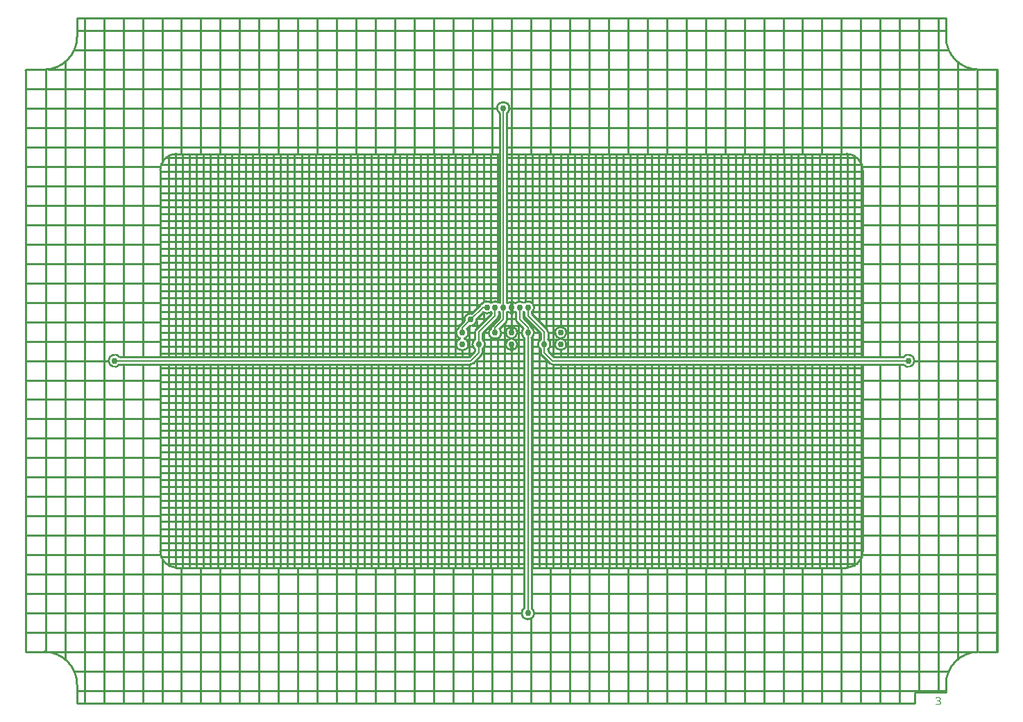
<source format=gbr>
G04 GENERATED BY PULSONIX 7.0 GERBER.DLL 4573*
%INHILLSTAR_95X60_4LAYER_EL_V1_0_2*%
%LNGERBER_INNER2*%
%FSLAX33Y33*%
%IPPOS*%
%LPD*%
%OFA0B0*%
%MOMM*%
%ADD15C,0.125*%
%ADD145C,0.400*%
%ADD146C,0.250*%
%ADD345C,0.150*%
%ADD1893C,0.750*%
X0Y0D02*
D02*
D15*
X182064Y87225D02*
X182211Y87152D01*
X182358*
X182505Y87225*
X182579Y87372*
X182505Y87519*
X182358Y87593*
X182211*
X182358D02*
X182505Y87667D01*
X182579Y87814*
X182505Y87961*
X182358Y88034*
X182211*
X182064Y87961*
D02*
D145*
X130291Y130739D02*
Y130356D01*
Y132773D02*
Y133156D01*
Y135239D02*
Y134856D01*
Y135873D02*
Y136256D01*
D02*
D146*
X70991Y164456D02*
Y93556D01*
X73291*
G75*
G02X77291Y89556J-4000*
G01*
Y87256*
X179491*
Y88456*
G75*
G02X179691Y88656I200*
G01*
X183291*
Y89556*
G75*
G02X187291Y93556I4000*
G01*
X189591*
Y164556*
X187291*
G75*
G02X183291Y168556J4000*
G01*
Y170856*
X77291*
Y168556*
G75*
G02X73291Y164556I-4000*
G01*
X71091*
G75*
G03X70991Y164456J-100*
G01*
X82491Y128606D02*
G75*
G02X81141Y129056I-600J450D01*
G01*
G75*
G02X82491Y129506I750*
G01*
X87441*
Y152291*
G75*
G02X89441Y154291I2000*
G01*
X128841*
Y159256*
G75*
G02X128541Y159856I450J600*
G01*
G75*
G02X130041I750*
G01*
G75*
G02X129741Y159256I-750*
G01*
Y154291*
X171141*
G75*
G02X173141Y152291J-2000*
G01*
Y129506*
X178091*
G75*
G02X179441Y129056I600J-450*
G01*
G75*
G02X178091Y128606I-750*
G01*
X173141*
Y105821*
G75*
G02X171141Y103821I-2000*
G01*
X132741*
Y98856*
G75*
G02X133041Y98256I-450J-600*
G01*
G75*
G02X131541I-750*
G01*
G75*
G02X131841Y98856I750*
G01*
Y103821*
X89441*
G75*
G02X87441Y105821J2000*
G01*
Y128606*
X82491*
X77291Y88800D02*
X183291D01*
X76952Y91168D02*
X183630D01*
X73695Y93536D02*
X186887D01*
X70991Y95904D02*
X189591D01*
X70991Y98272D02*
X131541D01*
X133040D02*
X189591D01*
X70991Y100640D02*
X131841D01*
X132741D02*
X189591D01*
X70991Y103008D02*
X131841D01*
X132741D02*
X189591D01*
X70991Y105376D02*
X87491D01*
X173090D02*
X189591D01*
X70991Y107744D02*
X87441D01*
X173141D02*
X189591D01*
X70991Y110112D02*
X87441D01*
X173141D02*
X189591D01*
X70991Y112480D02*
X87441D01*
X173141D02*
X189591D01*
X70991Y114848D02*
X87441D01*
X173141D02*
X189591D01*
X70991Y117216D02*
X87441D01*
X173141D02*
X189591D01*
X70991Y119584D02*
X87441D01*
X173141D02*
X189591D01*
X70991Y121952D02*
X87441D01*
X173141D02*
X189591D01*
X70991Y124320D02*
X87441D01*
X173141D02*
X189591D01*
X70991Y126688D02*
X87441D01*
X173141D02*
X189591D01*
X70991Y129056D02*
X81141D01*
X179441D02*
X189591D01*
X70991Y131424D02*
X87441D01*
X173141D02*
X189591D01*
X70991Y133792D02*
X87441D01*
X173141D02*
X189591D01*
X70991Y136160D02*
X87441D01*
X173141D02*
X189591D01*
X70991Y138528D02*
X87441D01*
X173141D02*
X189591D01*
X70991Y140896D02*
X87441D01*
X173141D02*
X189591D01*
X70991Y143264D02*
X87441D01*
X173141D02*
X189591D01*
X70991Y145632D02*
X87441D01*
X173141D02*
X189591D01*
X70991Y148000D02*
X87441D01*
X173141D02*
X189591D01*
X70991Y150369D02*
X87441D01*
X173141D02*
X189591D01*
X70991Y152737D02*
X87491D01*
X173090D02*
X189591D01*
X70991Y155105D02*
X128841D01*
X129741D02*
X189591D01*
X70991Y157473D02*
X128841D01*
X129741D02*
X189591D01*
X70991Y159841D02*
X128541D01*
X130040D02*
X189591D01*
X70991Y162209D02*
X189591D01*
X73695Y164577D02*
X186887D01*
X76952Y166945D02*
X183630D01*
X77291Y169313D02*
X183291D01*
X73458Y93553D02*
Y164560D01*
X75826Y92650D02*
Y165462D01*
X78194Y87256D02*
Y170856D01*
X80562Y87256D02*
Y170856D01*
X82930Y87256D02*
Y128606D01*
Y129506D02*
Y170856D01*
X85298Y87256D02*
Y128606D01*
Y129506D02*
Y170856D01*
X87666Y87256D02*
Y104899D01*
Y153214D02*
Y170856D01*
X90034Y87256D02*
Y103821D01*
Y154291D02*
Y170856D01*
X92402Y87256D02*
Y103821D01*
Y154291D02*
Y170856D01*
X94770Y87256D02*
Y103821D01*
Y154291D02*
Y170856D01*
X97138Y87256D02*
Y103821D01*
Y154291D02*
Y170856D01*
X99506Y87256D02*
Y103821D01*
Y154291D02*
Y170856D01*
X101874Y87256D02*
Y103821D01*
Y154291D02*
Y170856D01*
X104242Y87256D02*
Y103821D01*
Y154291D02*
Y170856D01*
X106610Y87256D02*
Y103821D01*
Y154291D02*
Y170856D01*
X108978Y87256D02*
Y103821D01*
Y154291D02*
Y170856D01*
X111346Y87256D02*
Y103821D01*
Y154291D02*
Y170856D01*
X113714Y87256D02*
Y103821D01*
Y154291D02*
Y170856D01*
X116082Y87256D02*
Y103821D01*
Y154291D02*
Y170856D01*
X118450Y87256D02*
Y103821D01*
Y154291D02*
Y170856D01*
X120819Y87256D02*
Y103821D01*
Y154291D02*
Y170856D01*
X123187Y87256D02*
Y103821D01*
Y154291D02*
Y170856D01*
X125555Y87256D02*
Y103821D01*
Y154291D02*
Y170856D01*
X127923Y87256D02*
Y103821D01*
Y154291D02*
Y170856D01*
X130291Y87256D02*
Y103821D01*
Y154291D02*
Y170856D01*
X132659Y87256D02*
Y97603D01*
Y154291D02*
Y170856D01*
X135027Y87256D02*
Y103821D01*
Y154291D02*
Y170856D01*
X137395Y87256D02*
Y103821D01*
Y154291D02*
Y170856D01*
X139763Y87256D02*
Y103821D01*
Y154291D02*
Y170856D01*
X142131Y87256D02*
Y103821D01*
Y154291D02*
Y170856D01*
X144499Y87256D02*
Y103821D01*
Y154291D02*
Y170856D01*
X146867Y87256D02*
Y103821D01*
Y154291D02*
Y170856D01*
X149235Y87256D02*
Y103821D01*
Y154291D02*
Y170856D01*
X151603Y87256D02*
Y103821D01*
Y154291D02*
Y170856D01*
X153971Y87256D02*
Y103821D01*
Y154291D02*
Y170856D01*
X156339Y87256D02*
Y103821D01*
Y154291D02*
Y170856D01*
X158707Y87256D02*
Y103821D01*
Y154291D02*
Y170856D01*
X161075Y87256D02*
Y103821D01*
Y154291D02*
Y170856D01*
X163443Y87256D02*
Y103821D01*
Y154291D02*
Y170856D01*
X165811Y87256D02*
Y103821D01*
Y154291D02*
Y170856D01*
X168179Y87256D02*
Y103821D01*
Y154291D02*
Y170856D01*
X170547Y87256D02*
Y103821D01*
Y154291D02*
Y170856D01*
X172915Y87256D02*
Y104899D01*
Y153214D02*
Y170856D01*
X175283Y87256D02*
Y128606D01*
Y129506D02*
Y170856D01*
X177651Y87256D02*
Y128606D01*
Y129506D02*
Y170856D01*
X180019Y88656D02*
Y170856D01*
X182387Y88656D02*
Y170856D01*
X184755Y92650D02*
Y165462D01*
X187123Y93553D02*
Y164560D01*
X189491Y93556D02*
Y164556D01*
X87441Y128606D02*
Y105821D01*
G75*
G03X89441Y103821I2000*
G01*
X131841*
Y131856*
G75*
G02X131742Y132968I450J600*
G01*
X130972Y133738*
G75*
G02X130841Y134056I318J317*
G01*
Y134956*
G75*
G02X130754Y135032I452J605*
G01*
G75*
G02X129827I-463J524*
G01*
G75*
G02X129741Y134956I-538J523*
G01*
Y134056*
G75*
G02X129609Y133738I-450*
G01*
X128839Y132968*
G75*
G02X129041Y132456I-548J-512*
G01*
G75*
G02X127541I-750*
G01*
G75*
G02X127841Y133056I750*
G01*
G75*
G02X127972Y133374I449J1*
G01*
X128841Y134243*
Y134956*
G75*
G02X128791Y134997I450J600*
G01*
G75*
G02X128741Y134956I-500J559*
G01*
Y134556*
G75*
G02X128609Y134238I-450*
G01*
X126741Y132370*
Y131656*
G75*
G02Y130456I-450J-600*
G01*
Y130056*
G75*
G02X126609Y129738I-450*
G01*
X125609Y128738*
G75*
G02X125291Y128606I-318J318*
G01*
X87441*
X130291Y131756D02*
G75*
G02X129591Y132456J700D01*
G01*
G75*
G02X130991I700*
G01*
G75*
G02X130291Y131756I-700*
G01*
G75*
G02X130991Y131056J-700*
G01*
G75*
G02X129591I-700*
G01*
G75*
G02X130291Y131756I700*
G01*
X88138Y104303D02*
X131841D01*
X87554Y105157D02*
X131841D01*
X87441Y106010D02*
X131841D01*
X87441Y106864D02*
X131841D01*
X87441Y107718D02*
X131841D01*
X87441Y108571D02*
X131841D01*
X87441Y109425D02*
X131841D01*
X87441Y110278D02*
X131841D01*
X87441Y111132D02*
X131841D01*
X87441Y111985D02*
X131841D01*
X87441Y112839D02*
X131841D01*
X87441Y113692D02*
X131841D01*
X87441Y114546D02*
X131841D01*
X87441Y115399D02*
X131841D01*
X87441Y116253D02*
X131841D01*
X87441Y117107D02*
X131841D01*
X87441Y117960D02*
X131841D01*
X87441Y118814D02*
X131841D01*
X87441Y119667D02*
X131841D01*
X87441Y120521D02*
X131841D01*
X87441Y121374D02*
X131841D01*
X87441Y122228D02*
X131841D01*
X87441Y123081D02*
X131841D01*
X87441Y123935D02*
X131841D01*
X87441Y124789D02*
X131841D01*
X87441Y125642D02*
X131841D01*
X87441Y126496D02*
X131841D01*
X87441Y127349D02*
X131841D01*
X87441Y128203D02*
X131841D01*
X125927Y129056D02*
X131841D01*
X126716Y129910D02*
X131841D01*
X126981Y130763D02*
X129655D01*
X130926D02*
X131841D01*
X126789Y131617D02*
X129872D01*
X130710D02*
X131841D01*
X126841Y132470D02*
X127541D01*
X129041D02*
X129591D01*
X130990D02*
X131541D01*
X127695Y133324D02*
X127929D01*
X129195D02*
X131386D01*
X128548Y134178D02*
X128776D01*
X129741D02*
X130841D01*
X129826Y135031D02*
X129828D01*
X130753D02*
X130755D01*
X88467Y104074D02*
Y128606D01*
X89320Y103825D02*
Y128606D01*
X90174Y103821D02*
Y128606D01*
X91027Y103821D02*
Y128606D01*
X91881Y103821D02*
Y128606D01*
X92734Y103821D02*
Y128606D01*
X93588Y103821D02*
Y128606D01*
X94442Y103821D02*
Y128606D01*
X95295Y103821D02*
Y128606D01*
X96149Y103821D02*
Y128606D01*
X97002Y103821D02*
Y128606D01*
X97856Y103821D02*
Y128606D01*
X98709Y103821D02*
Y128606D01*
X99563Y103821D02*
Y128606D01*
X100416Y103821D02*
Y128606D01*
X101270Y103821D02*
Y128606D01*
X102123Y103821D02*
Y128606D01*
X102977Y103821D02*
Y128606D01*
X103831Y103821D02*
Y128606D01*
X104684Y103821D02*
Y128606D01*
X105538Y103821D02*
Y128606D01*
X106391Y103821D02*
Y128606D01*
X107245Y103821D02*
Y128606D01*
X108098Y103821D02*
Y128606D01*
X108952Y103821D02*
Y128606D01*
X109805Y103821D02*
Y128606D01*
X110659Y103821D02*
Y128606D01*
X111513Y103821D02*
Y128606D01*
X112366Y103821D02*
Y128606D01*
X113220Y103821D02*
Y128606D01*
X114073Y103821D02*
Y128606D01*
X114927Y103821D02*
Y128606D01*
X115780Y103821D02*
Y128606D01*
X116634Y103821D02*
Y128606D01*
X117487Y103821D02*
Y128606D01*
X118341Y103821D02*
Y128606D01*
X119194Y103821D02*
Y128606D01*
X120048Y103821D02*
Y128606D01*
X120902Y103821D02*
Y128606D01*
X121755Y103821D02*
Y128606D01*
X122609Y103821D02*
Y128606D01*
X123462Y103821D02*
Y128606D01*
X124316Y103821D02*
Y128606D01*
X125169Y103821D02*
Y128606D01*
X126023Y103821D02*
Y129152D01*
X126876Y103821D02*
Y130588D01*
Y131525D02*
Y132506D01*
X127730Y103821D02*
Y131958D01*
Y132954D02*
Y133359D01*
X128584Y103821D02*
Y131766D01*
Y133986D02*
Y134213D01*
X129437Y103821D02*
Y133566D01*
X130291Y103821D02*
Y130356D01*
Y133156D02*
Y134856D01*
X131144Y103821D02*
Y133566D01*
X87441Y129506D02*
X125104D01*
X125841Y130243*
Y130456*
G75*
G02Y131656I450J600*
G01*
Y132556*
G75*
G02X125972Y132874I449J1*
G01*
X127841Y134743*
Y134956*
G75*
G02X127791Y134997I450J600*
G01*
G75*
G02X126833Y134962I-500J559*
G01*
X126033Y134162*
G75*
G02X125185Y133314I-742J-106*
G01*
X124839Y132968*
G75*
G02X124560Y131756I-548J-512*
G01*
G75*
G02X125041Y131056I-269J-700*
G01*
G75*
G02X123541I-750*
G01*
G75*
G02X124021Y131756I750J1*
G01*
G75*
G02X123841Y133056I270J700*
G01*
G75*
G02X123972Y133374I449J1*
G01*
X124548Y133950*
G75*
G02X125397Y134799I743J106*
G01*
X126472Y135874*
G75*
G02X126681Y135993I320J-319*
G01*
G75*
G02X127791Y136115I610J-437*
G01*
G75*
G02X128791I500J-559*
G01*
G75*
G02X128841Y136156I500J-559*
G01*
Y154291*
X89441*
G75*
G03X87441Y152291J-2000*
G01*
Y129506*
Y129910D02*
X125508D01*
X87441Y130763D02*
X123600D01*
X124981D02*
X125600D01*
X87441Y131617D02*
X123792D01*
X124789D02*
X125792D01*
X87441Y132470D02*
X123541D01*
X125041D02*
X125841D01*
X87441Y133324D02*
X123929D01*
X125453D02*
X126422D01*
X87441Y134178D02*
X124551D01*
X126048D02*
X127276D01*
X87441Y135031D02*
X125629D01*
X87441Y135885D02*
X126483D01*
X87441Y136738D02*
X128841D01*
X87441Y137592D02*
X128841D01*
X87441Y138445D02*
X128841D01*
X87441Y139299D02*
X128841D01*
X87441Y140152D02*
X128841D01*
X87441Y141006D02*
X128841D01*
X87441Y141860D02*
X128841D01*
X87441Y142713D02*
X128841D01*
X87441Y143567D02*
X128841D01*
X87441Y144420D02*
X128841D01*
X87441Y145274D02*
X128841D01*
X87441Y146127D02*
X128841D01*
X87441Y146981D02*
X128841D01*
X87441Y147834D02*
X128841D01*
X87441Y148688D02*
X128841D01*
X87441Y149541D02*
X128841D01*
X87441Y150395D02*
X128841D01*
X87441Y151249D02*
X128841D01*
X87441Y152102D02*
X128841D01*
X87554Y152956D02*
X128841D01*
X88138Y153809D02*
X128841D01*
X88467Y129506D02*
Y154038D01*
X89320Y129506D02*
Y154288D01*
X90174Y129506D02*
Y154291D01*
X91027Y129506D02*
Y154291D01*
X91881Y129506D02*
Y154291D01*
X92734Y129506D02*
Y154291D01*
X93588Y129506D02*
Y154291D01*
X94442Y129506D02*
Y154291D01*
X95295Y129506D02*
Y154291D01*
X96149Y129506D02*
Y154291D01*
X97002Y129506D02*
Y154291D01*
X97856Y129506D02*
Y154291D01*
X98709Y129506D02*
Y154291D01*
X99563Y129506D02*
Y154291D01*
X100416Y129506D02*
Y154291D01*
X101270Y129506D02*
Y154291D01*
X102123Y129506D02*
Y154291D01*
X102977Y129506D02*
Y154291D01*
X103831Y129506D02*
Y154291D01*
X104684Y129506D02*
Y154291D01*
X105538Y129506D02*
Y154291D01*
X106391Y129506D02*
Y154291D01*
X107245Y129506D02*
Y154291D01*
X108098Y129506D02*
Y154291D01*
X108952Y129506D02*
Y154291D01*
X109805Y129506D02*
Y154291D01*
X110659Y129506D02*
Y154291D01*
X111513Y129506D02*
Y154291D01*
X112366Y129506D02*
Y154291D01*
X113220Y129506D02*
Y154291D01*
X114073Y129506D02*
Y154291D01*
X114927Y129506D02*
Y154291D01*
X115780Y129506D02*
Y154291D01*
X116634Y129506D02*
Y154291D01*
X117487Y129506D02*
Y154291D01*
X118341Y129506D02*
Y154291D01*
X119194Y129506D02*
Y154291D01*
X120048Y129506D02*
Y154291D01*
X120902Y129506D02*
Y154291D01*
X121755Y129506D02*
Y154291D01*
X122609Y129506D02*
Y154291D01*
X123462Y129506D02*
Y154291D01*
X124316Y129506D02*
Y130307D01*
Y133718D02*
Y154291D01*
X125169Y129571D02*
Y133299D01*
Y134796D02*
Y154291D01*
X126023Y132925D02*
Y133894D01*
Y135425D02*
Y154291D01*
X126876Y133778D02*
Y134931D01*
Y136182D02*
Y154291D01*
X127730Y134632D02*
Y134948D01*
Y136164D02*
Y154291D01*
X128584Y136247D02*
Y154291D01*
X129741D02*
Y136156D01*
G75*
G02X129827Y136081I-446J-598*
G01*
G75*
G02X130754I464J-524*
G01*
G75*
G02X131791Y136115I536J-525*
G01*
G75*
G02X133041Y135556I500J-559*
G01*
G75*
G02X132741Y134956I-750*
G01*
Y134743*
X134609Y132874*
G75*
G02X134741Y132556I-318J-318*
G01*
Y131656*
G75*
G02Y130456I-450J-600*
G01*
Y130243*
X135477Y129506*
X173141*
Y152291*
G75*
G03X171141Y154291I-2000*
G01*
X129741*
X136291Y131756D02*
G75*
G02X135591Y132456J700D01*
G01*
G75*
G02X136991I700*
G01*
G75*
G02X136291Y131756I-700*
G01*
G75*
G02X136991Y131056J-700*
G01*
G75*
G02X135591I-700*
G01*
G75*
G02X136291Y131756I700*
G01*
X135073Y129910D02*
X173141D01*
X134981Y130763D02*
X135655D01*
X136926D02*
X173141D01*
X134789Y131617D02*
X135872D01*
X136710D02*
X173141D01*
X134741Y132470D02*
X135591D01*
X136990D02*
X173141D01*
X134159Y133324D02*
X173141D01*
X133306Y134178D02*
X173141D01*
X132826Y135031D02*
X173141D01*
X132965Y135885D02*
X173141D01*
X129741Y136738D02*
X173141D01*
X129741Y137592D02*
X173141D01*
X129741Y138445D02*
X173141D01*
X129741Y139299D02*
X173141D01*
X129741Y140152D02*
X173141D01*
X129741Y141006D02*
X173141D01*
X129741Y141860D02*
X173141D01*
X129741Y142713D02*
X173141D01*
X129741Y143567D02*
X173141D01*
X129741Y144420D02*
X173141D01*
X129741Y145274D02*
X173141D01*
X129741Y146127D02*
X173141D01*
X129741Y146981D02*
X173141D01*
X129741Y147834D02*
X173141D01*
X129741Y148688D02*
X173141D01*
X129741Y149541D02*
X173141D01*
X129741Y150395D02*
X173141D01*
X129741Y151249D02*
X173141D01*
X129741Y152102D02*
X173141D01*
X129741Y152956D02*
X173027D01*
X129741Y153809D02*
X172443D01*
X130291Y136256D02*
Y154291D01*
X131144Y136292D02*
Y154291D01*
X131998Y136247D02*
Y154291D01*
X132851Y134632D02*
Y135058D01*
Y136054D02*
Y154291D01*
X133705Y133778D02*
Y154291D01*
X134558Y132925D02*
Y154291D01*
X135412Y129571D02*
Y154291D01*
X136265Y129506D02*
Y130357D01*
Y131756D02*
Y131757D01*
Y133156D02*
Y154291D01*
X137119Y129506D02*
Y154291D01*
X137973Y129506D02*
Y154291D01*
X138826Y129506D02*
Y154291D01*
X139680Y129506D02*
Y154291D01*
X140533Y129506D02*
Y154291D01*
X141387Y129506D02*
Y154291D01*
X142240Y129506D02*
Y154291D01*
X143094Y129506D02*
Y154291D01*
X143947Y129506D02*
Y154291D01*
X144801Y129506D02*
Y154291D01*
X145655Y129506D02*
Y154291D01*
X146508Y129506D02*
Y154291D01*
X147362Y129506D02*
Y154291D01*
X148215Y129506D02*
Y154291D01*
X149069Y129506D02*
Y154291D01*
X149922Y129506D02*
Y154291D01*
X150776Y129506D02*
Y154291D01*
X151629Y129506D02*
Y154291D01*
X152483Y129506D02*
Y154291D01*
X153336Y129506D02*
Y154291D01*
X154190Y129506D02*
Y154291D01*
X155044Y129506D02*
Y154291D01*
X155897Y129506D02*
Y154291D01*
X156751Y129506D02*
Y154291D01*
X157604Y129506D02*
Y154291D01*
X158458Y129506D02*
Y154291D01*
X159311Y129506D02*
Y154291D01*
X160165Y129506D02*
Y154291D01*
X161018Y129506D02*
Y154291D01*
X161872Y129506D02*
Y154291D01*
X162726Y129506D02*
Y154291D01*
X163579Y129506D02*
Y154291D01*
X164433Y129506D02*
Y154291D01*
X165286Y129506D02*
Y154291D01*
X166140Y129506D02*
Y154291D01*
X166993Y129506D02*
Y154291D01*
X167847Y129506D02*
Y154291D01*
X168700Y129506D02*
Y154291D01*
X169554Y129506D02*
Y154291D01*
X170407Y129506D02*
Y154291D01*
X171261Y129506D02*
Y154288D01*
X172115Y129506D02*
Y154038D01*
X172968Y129506D02*
Y153104D01*
X132741Y103821D02*
X171141D01*
G75*
G03X173141Y105821J2000*
G01*
Y128606*
X135291*
G75*
G02X134972Y128738J451*
G01*
X133972Y129738*
G75*
G02X133841Y130056I318J317*
G01*
Y130456*
G75*
G02Y131656I450J600*
G01*
Y132370*
X131972Y134238*
G75*
G02X131841Y134556I318J317*
G01*
Y134956*
G75*
G02X131791Y134997I450J600*
G01*
G75*
G02X131741Y134956I-500J559*
G01*
Y134243*
X132609Y133374*
G75*
G02X132741Y133056I-318J-318*
G01*
G75*
G02Y131856I-450J-600*
G01*
Y103821*
Y104303D02*
X172443D01*
X132741Y105157D02*
X173027D01*
X132741Y106010D02*
X173141D01*
X132741Y106864D02*
X173141D01*
X132741Y107718D02*
X173141D01*
X132741Y108571D02*
X173141D01*
X132741Y109425D02*
X173141D01*
X132741Y110278D02*
X173141D01*
X132741Y111132D02*
X173141D01*
X132741Y111985D02*
X173141D01*
X132741Y112839D02*
X173141D01*
X132741Y113692D02*
X173141D01*
X132741Y114546D02*
X173141D01*
X132741Y115399D02*
X173141D01*
X132741Y116253D02*
X173141D01*
X132741Y117107D02*
X173141D01*
X132741Y117960D02*
X173141D01*
X132741Y118814D02*
X173141D01*
X132741Y119667D02*
X173141D01*
X132741Y120521D02*
X173141D01*
X132741Y121374D02*
X173141D01*
X132741Y122228D02*
X173141D01*
X132741Y123081D02*
X173141D01*
X132741Y123935D02*
X173141D01*
X132741Y124789D02*
X173141D01*
X132741Y125642D02*
X173141D01*
X132741Y126496D02*
X173141D01*
X132741Y127349D02*
X173141D01*
X132741Y128203D02*
X173141D01*
X132741Y129056D02*
X134654D01*
X132741Y129910D02*
X133865D01*
X132741Y130763D02*
X133600D01*
X132741Y131617D02*
X133792D01*
X133041Y132470D02*
X133740D01*
X132652Y133324D02*
X132886D01*
X131806Y134178D02*
X132033D01*
X131998Y133986D02*
Y134213D01*
X132851Y103821D02*
Y131958D01*
Y132954D02*
Y133359D01*
X133705Y103821D02*
Y130588D01*
Y131525D02*
Y132506D01*
X134558Y103821D02*
Y129152D01*
X135412Y103821D02*
Y128606D01*
X136265Y103821D02*
Y128606D01*
X137119Y103821D02*
Y128606D01*
X137973Y103821D02*
Y128606D01*
X138826Y103821D02*
Y128606D01*
X139680Y103821D02*
Y128606D01*
X140533Y103821D02*
Y128606D01*
X141387Y103821D02*
Y128606D01*
X142240Y103821D02*
Y128606D01*
X143094Y103821D02*
Y128606D01*
X143947Y103821D02*
Y128606D01*
X144801Y103821D02*
Y128606D01*
X145655Y103821D02*
Y128606D01*
X146508Y103821D02*
Y128606D01*
X147362Y103821D02*
Y128606D01*
X148215Y103821D02*
Y128606D01*
X149069Y103821D02*
Y128606D01*
X149922Y103821D02*
Y128606D01*
X150776Y103821D02*
Y128606D01*
X151629Y103821D02*
Y128606D01*
X152483Y103821D02*
Y128606D01*
X153336Y103821D02*
Y128606D01*
X154190Y103821D02*
Y128606D01*
X155044Y103821D02*
Y128606D01*
X155897Y103821D02*
Y128606D01*
X156751Y103821D02*
Y128606D01*
X157604Y103821D02*
Y128606D01*
X158458Y103821D02*
Y128606D01*
X159311Y103821D02*
Y128606D01*
X160165Y103821D02*
Y128606D01*
X161018Y103821D02*
Y128606D01*
X161872Y103821D02*
Y128606D01*
X162726Y103821D02*
Y128606D01*
X163579Y103821D02*
Y128606D01*
X164433Y103821D02*
Y128606D01*
X165286Y103821D02*
Y128606D01*
X166140Y103821D02*
Y128606D01*
X166993Y103821D02*
Y128606D01*
X167847Y103821D02*
Y128606D01*
X168700Y103821D02*
Y128606D01*
X169554Y103821D02*
Y128606D01*
X170407Y103821D02*
Y128606D01*
X171261Y103825D02*
Y128606D01*
X172115Y104074D02*
Y128606D01*
X172968Y105009D02*
Y128606D01*
D02*
D345*
X81891Y129056D02*
X125291D01*
X126291Y130056*
Y131056*
X125291Y134056D02*
X126791Y135556D01*
X127291*
X125291Y134056D02*
X124291Y133056D01*
Y132456*
X126291Y131056D02*
Y132556D01*
X128291Y134556*
Y135556*
X129291D02*
Y134056D01*
X128291Y133056*
Y132456*
X129291Y159856D02*
Y135556D01*
X130291Y132456D02*
Y135556D01*
X132291Y132456D02*
Y133056D01*
X131291Y134056*
Y135556*
X132291Y132456D02*
Y98256D01*
X134291Y131056D02*
Y132556D01*
X132291Y134556*
Y135556*
X134291Y131056D02*
Y130056D01*
X135291Y129056*
X178691*
D02*
D1893*
X81891D03*
X124291Y131056D03*
Y132456D03*
X125291Y134056D03*
X126291Y131056D03*
X127291Y135556D03*
X128291Y132456D03*
Y135556D03*
X129291D03*
Y159856D03*
X130291Y131056D03*
Y132456D03*
Y135556D03*
X131291D03*
X132291Y98256D03*
Y132456D03*
Y135556D03*
X134291Y131056D03*
X136291D03*
Y132456D03*
X178691Y129056D03*
X0Y0D02*
M02*

</source>
